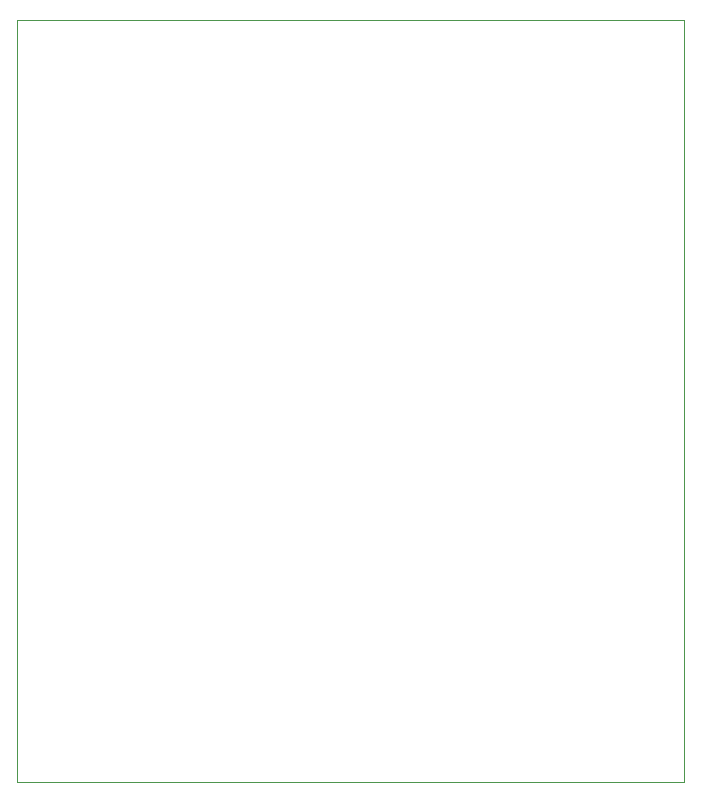
<source format=gbr>
%TF.GenerationSoftware,KiCad,Pcbnew,8.0.6-1.fc40*%
%TF.CreationDate,2025-02-15T22:24:15+01:00*%
%TF.ProjectId,airMouse-mcu,6169724d-6f75-4736-952d-6d63752e6b69,RC1*%
%TF.SameCoordinates,Original*%
%TF.FileFunction,Profile,NP*%
%FSLAX46Y46*%
G04 Gerber Fmt 4.6, Leading zero omitted, Abs format (unit mm)*
G04 Created by KiCad (PCBNEW 8.0.6-1.fc40) date 2025-02-15 22:24:15*
%MOMM*%
%LPD*%
G01*
G04 APERTURE LIST*
%TA.AperFunction,Profile*%
%ADD10C,0.050000*%
%TD*%
G04 APERTURE END LIST*
D10*
X100000000Y-80000000D02*
X156500000Y-80000000D01*
X156500000Y-144518599D01*
X100000000Y-144518599D01*
X100000000Y-80000000D01*
M02*

</source>
